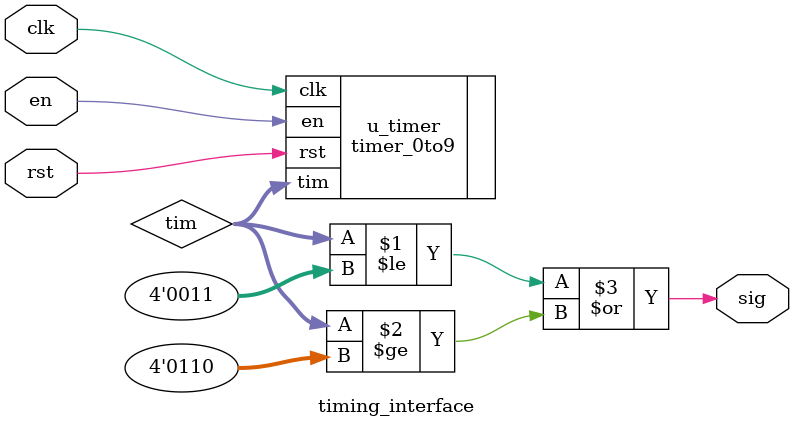
<source format=v>
`timescale 1ns/1ps
module timing_interface(
  input  wire clk,   // 100 MHz
  input  wire rst,   // async reset, 0-valid
  input  wire en,    // enable
  output wire sig    // timing pulse per spec
);
  wire [3:0] tim;

  // Reuse your PBL14 timer (unit = 0.1us, counts 0..9 and wraps)
  timer_0to9 u_timer (
    .clk(clk), .rst(rst), .en(en), .tim(tim)
  );

  // Comparators per spec: tim < 4  OR  tim >= 6
  assign sig = (tim <= 4'd3) | (tim >= 4'd6);

endmodule

</source>
